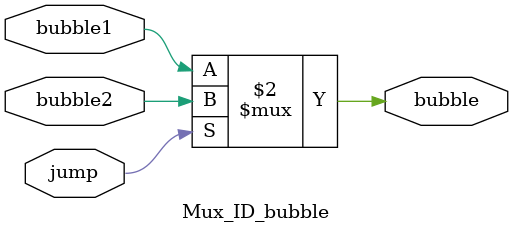
<source format=v>
module Mux_ID_bubble(
        input jump,
        input bubble1,
        input bubble2,
        output bubble
    );
    
    assign bubble=(jump == 0)?bubble1:bubble2;
endmodule

</source>
